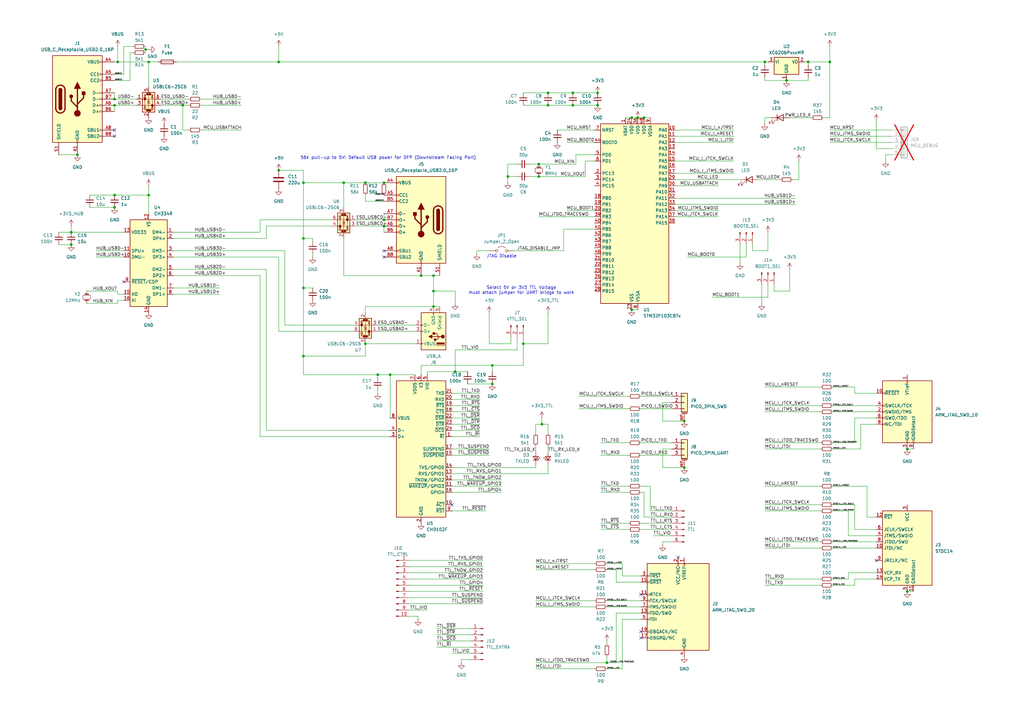
<source format=kicad_sch>
(kicad_sch (version 20231120) (generator "eeschema") (generator_version "8.0")
  (paper "A3")
  (junction (at 172.72 113.03))
  (junction (at 313.69 25.4))
  (junction (at 149.86 74.93))
  (junction (at 224.79 43.18))
  (junction (at 46.99 40.64))
  (junction (at 60.96 80.01))
  (junction (at 160.02 153.67))
  (junction (at 234.95 43.18))
  (junction (at 29.21 100.33))
  (junction (at 31.75 63.5))
  (junction (at 186.69 152.4))
  (junction (at 245.11 38.1))
  (junction (at 157.48 92.71))
  (junction (at 48.26 25.4))
  (junction (at 220.98 67.31))
  (junction (at 280.67 191.77))
  (junction (at 114.3 69.85))
  (junction (at 234.95 38.1))
  (junction (at 340.36 25.4))
  (junction (at 59.69 20.32))
  (junction (at 177.8 125.73))
  (junction (at 46.99 43.18))
  (junction (at 157.48 90.17))
  (junction (at 280.67 172.72))
  (junction (at 114.3 25.4))
  (junction (at 46.99 85.09))
  (junction (at 201.93 157.48))
  (junction (at 124.46 74.93))
  (junction (at 372.11 242.57))
  (junction (at 245.11 43.18))
  (junction (at 261.62 48.26))
  (junction (at 214.63 140.97))
  (junction (at 140.97 74.93))
  (junction (at 264.16 48.26))
  (junction (at 331.47 25.4))
  (junction (at 372.11 184.15))
  (junction (at 124.46 146.05))
  (junction (at 157.48 74.93))
  (junction (at 154.94 153.67))
  (junction (at 124.46 97.79))
  (junction (at 259.08 127))
  (junction (at 149.86 140.97))
  (junction (at 224.79 38.1))
  (junction (at 322.58 33.02))
  (junction (at 201.93 149.86))
  (junction (at 29.21 95.25))
  (junction (at 208.28 72.39))
  (junction (at 222.25 173.99))
  (junction (at 248.92 271.78))
  (junction (at 220.98 72.39))
  (junction (at 60.96 25.4))
  (junction (at 74.93 43.18))
  (junction (at 124.46 118.11))
  (junction (at 46.99 80.01))
  (junction (at 177.8 113.03))
  (junction (at 177.8 119.38))
  (junction (at 259.08 48.26))
  (no_connect (at 359.41 229.87))
  (no_connect (at 46.99 55.88))
  (no_connect (at 278.13 228.6))
  (no_connect (at 50.8 115.57))
  (no_connect (at 157.48 105.41))
  (no_connect (at 185.42 207.01))
  (no_connect (at 262.89 243.84))
  (no_connect (at 262.89 261.62))
  (no_connect (at 157.48 102.87))
  (no_connect (at 46.99 53.34))
  (no_connect (at 262.89 259.08))
  (wire (pts (xy 350.52 217.17) (xy 359.41 217.17)))
  (wire (pts (xy 39.37 105.41) (xy 50.8 105.41)))
  (wire (pts (xy 128.27 118.11) (xy 124.46 118.11)))
  (wire (pts (xy 248.92 246.38) (xy 262.89 246.38)))
  (wire (pts (xy 276.86 76.2) (xy 294.64 76.2)))
  (wire (pts (xy 355.6 212.09) (xy 359.41 212.09)))
  (wire (pts (xy 259.08 48.26) (xy 261.62 48.26)))
  (wire (pts (xy 219.71 274.32) (xy 243.84 274.32)))
  (wire (pts (xy 60.96 80.01) (xy 46.99 80.01)))
  (wire (pts (xy 266.7 199.39) (xy 266.7 209.55)))
  (wire (pts (xy 128.27 104.14) (xy 128.27 105.41)))
  (wire (pts (xy 340.36 58.42) (xy 365.76 58.42)))
  (wire (pts (xy 248.92 269.24) (xy 248.92 271.78)))
  (wire (pts (xy 365.76 63.5) (xy 363.22 63.5)))
  (wire (pts (xy 313.69 209.55) (xy 336.55 209.55)))
  (wire (pts (xy 114.3 25.4) (xy 72.39 25.4)))
  (wire (pts (xy 54.61 21.59) (xy 53.34 21.59)))
  (wire (pts (xy 306.07 100.33) (xy 306.07 105.41)))
  (wire (pts (xy 185.42 186.69) (xy 200.66 186.69)))
  (wire (pts (xy 313.69 224.79) (xy 336.55 224.79)))
  (wire (pts (xy 300.99 55.88) (xy 276.86 55.88)))
  (wire (pts (xy 149.86 140.97) (xy 170.18 140.97)))
  (wire (pts (xy 313.69 33.02) (xy 313.69 31.75)))
  (wire (pts (xy 140.97 74.93) (xy 149.86 74.93)))
  (wire (pts (xy 248.92 262.89) (xy 248.92 264.16)))
  (wire (pts (xy 212.09 138.43) (xy 212.09 143.51)))
  (wire (pts (xy 313.69 207.01) (xy 336.55 207.01)))
  (wire (pts (xy 36.83 85.09) (xy 46.99 85.09)))
  (wire (pts (xy 154.94 153.67) (xy 154.94 154.94)))
  (wire (pts (xy 71.12 102.87) (xy 116.84 102.87)))
  (wire (pts (xy 325.12 73.66) (xy 327.66 73.66)))
  (wire (pts (xy 60.96 25.4) (xy 48.26 25.4)))
  (wire (pts (xy 363.22 63.5) (xy 363.22 66.04)))
  (wire (pts (xy 246.38 186.69) (xy 257.81 186.69)))
  (wire (pts (xy 350.52 237.49) (xy 359.41 237.49)))
  (wire (pts (xy 317.5 116.84) (xy 317.5 119.38)))
  (wire (pts (xy 322.58 33.02) (xy 331.47 33.02)))
  (wire (pts (xy 252.73 251.46) (xy 252.73 271.78)))
  (wire (pts (xy 231.14 93.98) (xy 243.84 93.98)))
  (wire (pts (xy 114.3 135.89) (xy 144.78 135.89)))
  (wire (pts (xy 243.84 66.04) (xy 240.03 66.04)))
  (wire (pts (xy 214.63 43.18) (xy 224.79 43.18)))
  (wire (pts (xy 248.92 274.32) (xy 255.27 274.32)))
  (wire (pts (xy 189.23 270.51) (xy 193.04 270.51)))
  (wire (pts (xy 149.86 125.73) (xy 177.8 125.73)))
  (wire (pts (xy 198.12 242.57) (xy 167.64 242.57)))
  (wire (pts (xy 240.03 66.04) (xy 240.03 72.39)))
  (wire (pts (xy 313.69 50.8) (xy 313.69 48.26)))
  (wire (pts (xy 160.02 153.67) (xy 160.02 171.45)))
  (wire (pts (xy 313.69 181.61) (xy 336.55 181.61)))
  (wire (pts (xy 259.08 127) (xy 261.62 127)))
  (wire (pts (xy 140.97 113.03) (xy 172.72 113.03)))
  (wire (pts (xy 308.61 100.33) (xy 308.61 102.87)))
  (wire (pts (xy 217.17 72.39) (xy 220.98 72.39)))
  (wire (pts (xy 214.63 140.97) (xy 214.63 138.43)))
  (wire (pts (xy 146.05 90.17) (xy 157.48 90.17)))
  (wire (pts (xy 219.71 185.42) (xy 219.71 182.88)))
  (wire (pts (xy 54.61 19.05) (xy 50.8 19.05)))
  (wire (pts (xy 340.36 53.34) (xy 365.76 53.34)))
  (wire (pts (xy 82.55 43.18) (xy 99.06 43.18)))
  (wire (pts (xy 246.38 201.93) (xy 257.81 201.93)))
  (wire (pts (xy 24.13 100.33) (xy 29.21 100.33)))
  (wire (pts (xy 271.78 172.72) (xy 271.78 165.1)))
  (wire (pts (xy 214.63 38.1) (xy 224.79 38.1)))
  (wire (pts (xy 82.55 40.64) (xy 99.06 40.64)))
  (wire (pts (xy 124.46 69.85) (xy 124.46 74.93)))
  (wire (pts (xy 200.66 128.27) (xy 200.66 140.97)))
  (wire (pts (xy 224.79 185.42) (xy 224.79 182.88)))
  (wire (pts (xy 264.16 201.93) (xy 264.16 212.09)))
  (wire (pts (xy 341.63 240.03) (xy 350.52 240.03)))
  (wire (pts (xy 280.67 172.72) (xy 271.78 172.72)))
  (wire (pts (xy 60.96 25.4) (xy 60.96 35.56)))
  (wire (pts (xy 185.42 176.53) (xy 196.85 176.53)))
  (wire (pts (xy 172.72 149.86) (xy 201.93 149.86)))
  (wire (pts (xy 340.36 25.4) (xy 340.36 48.26)))
  (wire (pts (xy 280.67 191.77) (xy 271.78 191.77)))
  (wire (pts (xy 124.46 74.93) (xy 124.46 97.79)))
  (wire (pts (xy 271.78 165.1) (xy 275.59 165.1)))
  (wire (pts (xy 71.12 120.65) (xy 90.17 120.65)))
  (wire (pts (xy 154.94 153.67) (xy 160.02 153.67)))
  (wire (pts (xy 246.38 217.17) (xy 257.81 217.17)))
  (wire (pts (xy 359.41 219.71) (xy 347.98 219.71)))
  (wire (pts (xy 236.22 63.5) (xy 243.84 63.5)))
  (wire (pts (xy 248.92 271.78) (xy 252.73 271.78)))
  (wire (pts (xy 355.6 199.39) (xy 355.6 212.09)))
  (wire (pts (xy 262.89 214.63) (xy 275.59 214.63)))
  (wire (pts (xy 313.69 166.37) (xy 336.55 166.37)))
  (wire (pts (xy 29.21 95.25) (xy 24.13 95.25)))
  (wire (pts (xy 208.28 67.31) (xy 208.28 72.39)))
  (wire (pts (xy 74.93 43.18) (xy 74.93 53.34)))
  (wire (pts (xy 236.22 67.31) (xy 236.22 63.5)))
  (wire (pts (xy 46.99 38.1) (xy 46.99 40.64)))
  (wire (pts (xy 55.88 40.64) (xy 46.99 40.64)))
  (wire (pts (xy 185.42 168.91) (xy 196.85 168.91)))
  (wire (pts (xy 124.46 146.05) (xy 149.86 146.05)))
  (wire (pts (xy 359.41 173.99) (xy 353.06 173.99)))
  (wire (pts (xy 292.1 121.92) (xy 314.96 121.92)))
  (wire (pts (xy 109.22 176.53) (xy 160.02 176.53)))
  (wire (pts (xy 331.47 25.4) (xy 331.47 26.67)))
  (wire (pts (xy 128.27 99.06) (xy 128.27 97.79)))
  (wire (pts (xy 124.46 97.79) (xy 124.46 118.11)))
  (wire (pts (xy 116.84 133.35) (xy 144.78 133.35)))
  (wire (pts (xy 198.12 245.11) (xy 167.64 245.11)))
  (wire (pts (xy 186.69 152.4) (xy 191.77 152.4)))
  (wire (pts (xy 195.58 104.14) (xy 195.58 102.87)))
  (wire (pts (xy 50.8 30.48) (xy 46.99 30.48)))
  (wire (pts (xy 185.42 199.39) (xy 205.74 199.39)))
  (wire (pts (xy 149.86 80.01) (xy 149.86 82.55)))
  (wire (pts (xy 347.98 234.95) (xy 359.41 234.95)))
  (wire (pts (xy 198.12 247.65) (xy 167.64 247.65)))
  (wire (pts (xy 114.3 135.89) (xy 114.3 105.41)))
  (wire (pts (xy 340.36 55.88) (xy 365.76 55.88)))
  (wire (pts (xy 224.79 173.99) (xy 222.25 173.99)))
  (wire (pts (xy 77.47 40.64) (xy 66.04 40.64)))
  (wire (pts (xy 109.22 97.79) (xy 109.22 92.71)))
  (wire (pts (xy 175.26 153.67) (xy 175.26 152.4)))
  (wire (pts (xy 114.3 105.41) (xy 71.12 105.41)))
  (wire (pts (xy 243.84 231.14) (xy 219.71 231.14)))
  (wire (pts (xy 337.82 48.26) (xy 340.36 48.26)))
  (wire (pts (xy 331.47 25.4) (xy 340.36 25.4)))
  (wire (pts (xy 313.69 33.02) (xy 322.58 33.02)))
  (wire (pts (xy 222.25 171.45) (xy 222.25 173.99)))
  (wire (pts (xy 246.38 214.63) (xy 257.81 214.63)))
  (wire (pts (xy 175.26 152.4) (xy 186.69 152.4)))
  (wire (pts (xy 157.48 92.71) (xy 157.48 95.25)))
  (wire (pts (xy 106.68 90.17) (xy 106.68 95.25)))
  (wire (pts (xy 185.42 161.29) (xy 196.85 161.29)))
  (wire (pts (xy 246.38 199.39) (xy 257.81 199.39)))
  (wire (pts (xy 50.8 123.19) (xy 48.26 123.19)))
  (wire (pts (xy 237.49 167.64) (xy 257.81 167.64)))
  (wire (pts (xy 262.89 181.61) (xy 275.59 181.61)))
  (wire (pts (xy 53.34 33.02) (xy 46.99 33.02)))
  (wire (pts (xy 276.86 73.66) (xy 303.53 73.66)))
  (wire (pts (xy 114.3 69.85) (xy 124.46 69.85)))
  (wire (pts (xy 262.89 238.76) (xy 252.73 238.76)))
  (wire (pts (xy 224.79 38.1) (xy 234.95 38.1)))
  (wire (pts (xy 350.52 181.61) (xy 350.52 171.45)))
  (wire (pts (xy 313.69 26.67) (xy 313.69 25.4)))
  (wire (pts (xy 217.17 67.31) (xy 220.98 67.31)))
  (wire (pts (xy 330.2 25.4) (xy 331.47 25.4)))
  (wire (pts (xy 71.12 110.49) (xy 109.22 110.49)))
  (wire (pts (xy 24.13 63.5) (xy 31.75 63.5)))
  (wire (pts (xy 232.41 58.42) (xy 243.84 58.42)))
  (wire (pts (xy 140.97 74.93) (xy 140.97 85.09)))
  (wire (pts (xy 323.85 110.49) (xy 323.85 119.38)))
  (wire (pts (xy 124.46 118.11) (xy 124.46 146.05)))
  (wire (pts (xy 313.69 168.91) (xy 336.55 168.91)))
  (wire (pts (xy 219.71 173.99) (xy 219.71 177.8)))
  (wire (pts (xy 82.55 53.34) (xy 99.06 53.34)))
  (wire (pts (xy 219.71 233.68) (xy 243.84 233.68)))
  (wire (pts (xy 46.99 80.01) (xy 36.83 80.01)))
  (wire (pts (xy 185.42 179.07) (xy 196.85 179.07)))
  (wire (pts (xy 106.68 90.17) (xy 135.89 90.17)))
  (wire (pts (xy 224.79 194.31) (xy 185.42 194.31)))
  (wire (pts (xy 255.27 274.32) (xy 255.27 254)))
  (wire (pts (xy 50.8 19.05) (xy 50.8 30.48)))
  (wire (pts (xy 146.05 92.71) (xy 157.48 92.71)))
  (wire (pts (xy 313.69 184.15) (xy 336.55 184.15)))
  (wire (pts (xy 48.26 123.19) (xy 48.26 124.46)))
  (wire (pts (xy 149.86 128.27) (xy 149.86 125.73)))
  (wire (pts (xy 185.42 166.37) (xy 196.85 166.37)))
  (wire (pts (xy 359.41 49.53) (xy 359.41 60.96)))
  (wire (pts (xy 262.89 217.17) (xy 275.59 217.17)))
  (wire (pts (xy 128.27 97.79) (xy 124.46 97.79)))
  (wire (pts (xy 185.42 173.99) (xy 196.85 173.99)))
  (wire (pts (xy 323.85 48.26) (xy 332.74 48.26)))
  (wire (pts (xy 313.69 237.49) (xy 336.55 237.49)))
  (wire (pts (xy 185.42 267.97) (xy 193.04 267.97)))
  (wire (pts (xy 311.15 73.66) (xy 320.04 73.66)))
  (wire (pts (xy 341.63 237.49) (xy 347.98 237.49)))
  (wire (pts (xy 350.52 207.01) (xy 350.52 217.17)))
  (wire (pts (xy 327.66 66.04) (xy 327.66 73.66)))
  (wire (pts (xy 149.86 82.55) (xy 157.48 82.55)))
  (wire (pts (xy 255.27 254) (xy 262.89 254)))
  (wire (pts (xy 264.16 212.09) (xy 275.59 212.09)))
  (wire (pts (xy 185.42 184.15) (xy 200.66 184.15)))
  (wire (pts (xy 252.73 238.76) (xy 252.73 233.68)))
  (wire (pts (xy 160.02 179.07) (xy 106.68 179.07)))
  (wire (pts (xy 313.69 240.03) (xy 336.55 240.03)))
  (wire (pts (xy 154.94 135.89) (xy 170.18 135.89)))
  (wire (pts (xy 209.55 140.97) (xy 209.55 138.43)))
  (wire (pts (xy 140.97 97.79) (xy 140.97 113.03)))
  (wire (pts (xy 201.93 149.86) (xy 214.63 149.86)))
  (wire (pts (xy 219.71 246.38) (xy 243.84 246.38)))
  (wire (pts (xy 255.27 236.22) (xy 262.89 236.22)))
  (wire (pts (xy 109.22 92.71) (xy 135.89 92.71)))
  (wire (pts (xy 224.79 43.18) (xy 234.95 43.18)))
  (wire (pts (xy 201.93 149.86) (xy 201.93 152.4)))
  (wire (pts (xy 114.3 19.05) (xy 114.3 25.4)))
  (wire (pts (xy 171.45 254) (xy 171.45 252.73)))
  (wire (pts (xy 281.94 105.41) (xy 306.07 105.41)))
  (wire (pts (xy 276.86 53.34) (xy 300.99 53.34)))
  (wire (pts (xy 60.96 76.2) (xy 60.96 80.01)))
  (wire (pts (xy 77.47 43.18) (xy 74.93 43.18)))
  (wire (pts (xy 109.22 110.49) (xy 109.22 176.53)))
  (wire (pts (xy 71.12 118.11) (xy 90.17 118.11)))
  (wire (pts (xy 341.63 207.01) (xy 350.52 207.01)))
  (wire (pts (xy 261.62 48.26) (xy 264.16 48.26)))
  (wire (pts (xy 219.71 191.77) (xy 185.42 191.77)))
  (wire (pts (xy 243.84 53.34) (xy 228.6 53.34)))
  (wire (pts (xy 212.09 67.31) (xy 208.28 67.31)))
  (wire (pts (xy 262.89 251.46) (xy 252.73 251.46)))
  (wire (pts (xy 300.99 66.04) (xy 276.86 66.04)))
  (wire (pts (xy 71.12 113.03) (xy 106.68 113.03)))
  (wire (pts (xy 55.88 43.18) (xy 46.99 43.18)))
  (wire (pts (xy 185.42 163.83) (xy 196.85 163.83)))
  (wire (pts (xy 313.69 48.26) (xy 316.23 48.26)))
  (wire (pts (xy 294.64 86.36) (xy 276.86 86.36)))
  (wire (pts (xy 341.63 199.39) (xy 355.6 199.39)))
  (wire (pts (xy 232.41 86.36) (xy 243.84 86.36)))
  (wire (pts (xy 106.68 95.25) (xy 71.12 95.25)))
  (wire (pts (xy 124.46 74.93) (xy 140.97 74.93)))
  (wire (pts (xy 189.23 271.78) (xy 189.23 270.51)))
  (wire (pts (xy 313.69 222.25) (xy 336.55 222.25)))
  (wire (pts (xy 237.49 162.56) (xy 257.81 162.56)))
  (wire (pts (xy 271.78 184.15) (xy 275.59 184.15)))
  (wire (pts (xy 114.3 25.4) (xy 313.69 25.4)))
  (wire (pts (xy 74.93 53.34) (xy 77.47 53.34)))
  (wire (pts (xy 359.41 224.79) (xy 341.63 224.79)))
  (wire (pts (xy 262.89 199.39) (xy 266.7 199.39)))
  (wire (pts (xy 313.69 199.39) (xy 336.55 199.39)))
  (wire (pts (xy 154.94 133.35) (xy 170.18 133.35)))
  (wire (pts (xy 219.71 173.99) (xy 222.25 173.99)))
  (wire (pts (xy 191.77 157.48) (xy 201.93 157.48)))
  (wire (pts (xy 177.8 125.73) (xy 180.34 125.73)))
  (wire (pts (xy 177.8 119.38) (xy 177.8 125.73)))
  (wire (pts (xy 48.26 25.4) (xy 46.99 25.4)))
  (wire (pts (xy 50.8 95.25) (xy 29.21 95.25)))
  (wire (pts (xy 271.78 222.25) (xy 275.59 222.25)))
  (wire (pts (xy 39.37 102.87) (xy 50.8 102.87)))
  (wire (pts (xy 157.48 87.63) (xy 157.48 90.17)))
  (wire (pts (xy 350.52 240.03) (xy 350.52 237.49)))
  (wire (pts (xy 224.79 128.27) (xy 224.79 140.97)))
  (wire (pts (xy 198.12 237.49) (xy 167.64 237.49)))
  (wire (pts (xy 46.99 43.18) (xy 46.99 45.72)))
  (wire (pts (xy 224.79 190.5) (xy 224.79 194.31)))
  (wire (pts (xy 179.07 257.81) (xy 193.04 257.81)))
  (wire (pts (xy 186.69 119.38) (xy 177.8 119.38)))
  (wire (pts (xy 341.63 158.75) (xy 350.52 158.75)))
  (wire (pts (xy 186.69 152.4) (xy 186.69 143.51)))
  (wire (pts (xy 149.86 74.93) (xy 157.48 74.93)))
  (wire (pts (xy 353.06 173.99) (xy 353.06 184.15)))
  (wire (pts (xy 234.95 43.18) (xy 245.11 43.18)))
  (wire (pts (xy 314.96 116.84) (xy 314.96 121.92)))
  (wire (pts (xy 359.41 60.96) (xy 365.76 60.96)))
  (wire (pts (xy 35.56 119.38) (xy 48.26 119.38)))
  (wire (pts (xy 177.8 113.03) (xy 177.8 119.38)))
  (wire (pts (xy 177.8 113.03) (xy 180.34 113.03)))
  (wire (pts (xy 74.93 43.18) (xy 66.04 43.18)))
  (wire (pts (xy 177.8 113.03) (xy 172.72 113.03)))
  (wire (pts (xy 106.68 179.07) (xy 106.68 113.03)))
  (wire (pts (xy 124.46 153.67) (xy 154.94 153.67)))
  (wire (pts (xy 220.98 88.9) (xy 243.84 88.9)))
  (wire (pts (xy 185.42 209.55) (xy 199.39 209.55)))
  (wire (pts (xy 175.26 250.19) (xy 167.64 250.19)))
  (wire (pts (xy 185.42 171.45) (xy 196.85 171.45)))
  (wire (pts (xy 255.27 231.14) (xy 255.27 236.22)))
  (wire (pts (xy 214.63 149.86) (xy 214.63 140.97)))
  (wire (pts (xy 312.42 116.84) (xy 312.42 124.46)))
  (wire (pts (xy 185.42 196.85) (xy 205.74 196.85)))
  (wire (pts (xy 252.73 233.68) (xy 248.92 233.68)))
  (wire (pts (xy 186.69 124.46) (xy 186.69 119.38)))
  (wire (pts (xy 219.71 190.5) (xy 219.71 191.77)))
  (wire (pts (xy 200.66 140.97) (xy 209.55 140.97)))
  (wire (pts (xy 208.28 74.93) (xy 208.28 72.39)))
  (wire (pts (xy 220.98 67.31) (xy 236.22 67.31)))
  (wire (pts (xy 234.95 38.1) (xy 245.11 38.1)))
  (wire (pts (xy 210.82 102.87) (xy 231.14 102.87)))
  (wire (pts (xy 256.54 48.26) (xy 259.08 48.26)))
  (wire (pts (xy 220.98 72.39) (xy 240.03 72.39)))
  (wire (pts (xy 314.96 102.87) (xy 308.61 102.87)))
  (wire (pts (xy 186.69 143.51) (xy 212.09 143.51)))
  (wire (pts (xy 341.63 166.37) (xy 359.41 166.37)))
  (wire (pts (xy 246.38 181.61) (xy 257.81 181.61)))
  (wire (pts (xy 314.96 95.25) (xy 314.96 102.87)))
  (wire (pts (xy 219.71 271.78) (xy 248.92 271.78)))
  (wire (pts (xy 267.97 219.71) (xy 275.59 219.71)))
  (wire (pts (xy 340.36 19.05) (xy 340.36 25.4)))
  (wire (pts (xy 116.84 102.87) (xy 116.84 133.35)))
  (wire (pts (xy 374.65 184.15) (xy 372.11 184.15)))
  (wire (pts (xy 264.16 48.26) (xy 266.7 48.26)))
  (wire (pts (xy 262.89 167.64) (xy 275.59 167.64)))
  (wire (pts (xy 48.26 19.05) (xy 48.26 25.4)))
  (wire (pts (xy 224.79 177.8) (xy 224.79 173.99)))
  (wire (pts (xy 160.02 153.67) (xy 170.18 153.67)))
  (wire (pts (xy 64.77 25.4) (xy 60.96 25.4)))
  (wire (pts (xy 262.89 162.56) (xy 275.59 162.56)))
  (wire (pts (xy 243.84 248.92) (xy 219.71 248.92)))
  (wire (pts (xy 198.12 229.87) (xy 167.64 229.87)))
  (wire (pts (xy 347.98 237.49) (xy 347.98 234.95)))
  (wire (pts (xy 300.99 58.42) (xy 276.86 58.42)))
  (wire (pts (xy 154.94 160.02) (xy 154.94 161.29)))
  (wire (pts (xy 171.45 252.73) (xy 167.64 252.73)))
  (wire (pts (xy 231.14 102.87) (xy 231.14 93.98)))
  (wire (pts (xy 48.26 120.65) (xy 50.8 120.65)))
  (wire (pts (xy 59.69 20.32) (xy 59.69 21.59)))
  (wire (pts (xy 195.58 102.87) (xy 200.66 102.87)))
  (wire (pts (xy 35.56 124.46) (xy 48.26 124.46)))
  (wire (pts (xy 347.98 219.71) (xy 347.98 209.55)))
  (wire (pts (xy 372.11 242.57) (xy 374.65 242.57)))
  (wire (pts (xy 59.69 20.32) (xy 60.96 20.32)))
  (wire (pts (xy 262.89 186.69) (xy 275.59 186.69)))
  (wire (pts (xy 294.64 88.9) (xy 276.86 88.9)))
  (wire (pts (xy 198.12 240.03) (xy 167.64 240.03)))
  (wire (pts (xy 300.99 71.12) (xy 276.86 71.12)))
  (wire (pts (xy 323.85 119.38) (xy 317.5 119.38)))
  (wire (pts (xy 350.52 161.29) (xy 359.41 161.29)))
  (wire (pts (xy 248.92 231.14) (xy 255.27 231.14)))
  (wire (pts (xy 271.78 223.52) (xy 271.78 222.25)))
  (wire (pts (xy 71.12 97.79) (xy 109.22 97.79)))
  (wire (pts (xy 149.86 146.05) (xy 149.86 140.97)))
  (wire (pts (xy 347.98 209.55) (xy 341.63 209.55)))
  (wire (pts (xy 353.06 184.15) (xy 341.63 184.15)))
  (wire (pts (xy 179.07 262.89) (xy 193.04 262.89)))
  (wire (pts (xy 198.12 232.41) (xy 167.64 232.41)))
  (wire (pts (xy 53.34 21.59) (xy 53.34 33.02)))
  (wire (pts (xy 350.52 171.45) (xy 359.41 171.45)))
  (wire (pts (xy 341.63 168.91) (xy 359.41 168.91)))
  (wire (pts (xy 326.39 83.82) (xy 276.86 83.82)))
  (wire (pts (xy 198.12 234.95) (xy 167.64 234.95)))
  (wire (pts (xy 262.89 201.93) (xy 264.16 201.93)))
  (wire (pts (xy 331.47 31.75) (xy 331.47 33.02)))
  (wire (pts (xy 48.26 119.38) (xy 48.26 120.65)))
  (wire (pts (xy 29.21 92.71) (xy 29.21 95.25)))
  (wire (pts (xy 303.53 100.33) (xy 303.53 107.95)))
  (wire (pts (xy 350.52 158.75) (xy 350.52 161.29)))
  (wire (pts (xy 185.42 201.93) (xy 205.74 201.93)))
  (wire (pts (xy 172.72 153.67) (xy 172.72 149.86)))
  (wire (pts (xy 59.69 19.05) (xy 59.69 20.32)))
  (wire (pts (xy 248.92 248.92) (xy 262.89 248.92)))
  (wire (pts (xy 326.39 81.28) (xy 276.86 81.28)))
  (wire (pts (xy 208.28 72.39) (xy 212.09 72.39)))
  (wire (pts (xy 341.63 181.61) (xy 350.52 181.61)))
  (wire (pts (xy 266.7 209.55) (xy 275.59 209.55)))
  (wire (pts (xy 179.07 260.35) (xy 193.04 260.35)))
  (wire (pts (xy 313.69 25.4) (xy 314.96 25.4)))
  (wire (pts (xy 271.78 191.77) (xy 271.78 184.15)))
  (wire (pts (xy 313.69 158.75) (xy 336.55 158.75)))
  (wire (pts (xy 224.79 140.97) (xy 214.63 140.97)))
  (wire (pts (xy 359.41 222.25) (xy 341.63 222.25)))
  (wire (pts (xy 60.96 87.63) (xy 60.96 80.01)))
  (wire (pts (xy 124.46 153.67) (xy 124.46 146.05)))
  (wire (pts (xy 179.07 265.43) (xy 193.04 265.43)))
  (text "Select 5V or 3V3 TTL Voltage\nmust attach jumper for UART bridge to work" (at 213.868 119.126 0) (effects (font (size 1.27 1.27))))
  (text "56k pull-up to 5V: Default USB power for DFP (Downstream Facing Port)" (at 159.258 64.77 0) (effects (font (size 1.27 1.27))))
  (text "JTAG Disable" (at 205.74 105.156 0) (effects (font (size 1.27 1.27))))
  (label "ARM20_I_JTCK_SWCLK" (at 248.92 246.38 0) (effects (font (size 0.508 0.508))))
  (label "HUB_USB3D-" (at 92.71 102.87 180))
  (label "ARM20_I_JTMS_SWDIO" (at 248.92 248.92 0) (effects (font (size 0.508 0.508))))
  (label "USBCCC2" (at 157.48 82.55 180) (effects (font (size 0.508 0.508))))
  (label "TTL_~{DCD}" (at 196.85 176.53 180))
  (label "MCU_I_JTDO_TRACESWO" (at 219.71 271.78 0))
  (label "TTL_VIO" (at 189.23 143.51 0))
  (label "PICO_I_TXD" (at 262.89 181.61 0))
  (label "MCU_NRST" (at 340.36 53.34 0))
  (label "HUB_USB1D+" (at 326.39 83.82 180))
  (label "TTL_~{RESET}" (at 199.39 209.55 180))
  (label "TTL_GPIO4" (at 205.74 201.93 180))
  (label "HUB_USB1D-" (at 326.39 81.28 180))
  (label "ESD_USBAD-" (at 154.94 133.35 0))
  (label "TTL_~{RI}" (at 196.85 179.07 180))
  (label "TTL_~{DSR}" (at 196.85 171.45 180))
  (label "USBCC2" (at 46.99 33.02 0) (effects (font (size 0.508 0.508))))
  (label "MCU_I_JTDI" (at 313.69 184.15 0))
  (label "MCU_XOUT" (at 229.87 72.39 0))
  (label "JTAG_DISABLE_JMP" (at 212.09 102.87 0))
  (label "PWR_LED_K" (at 332.74 48.26 180))
  (label "HUB_USB2D+" (at 92.71 113.03 180))
  (label "MCU_JTMS_SWDIO" (at 294.64 86.36 180))
  (label "ARM10_I_nRESET" (at 341.63 158.75 0) (effects (font (size 0.508 0.508))))
  (label "TTL_TNOW_GPIO2" (at 198.12 234.95 180))
  (label "TTL_VIO" (at 267.97 219.71 0))
  (label "TTL_I_RXD" (at 266.7 212.09 0))
  (label "MCU_I_nRESET" (at 313.69 199.39 0))
  (label "MCU_I_nRESET" (at 313.69 158.75 0))
  (label "TTL_~{SUSPEND}" (at 198.12 247.65 180))
  (label "ARM20_I_JTDO_TRACESWO" (at 250.19 271.78 0) (effects (font (size 0.508 0.508))))
  (label "MCU_I_JTMS_SWDIO" (at 237.49 167.64 0))
  (label "MCU_I_JTDI" (at 300.99 58.42 180))
  (label "TTL_TXD" (at 246.38 181.61 0))
  (label "TTL_~{DTR}" (at 179.07 260.35 0))
  (label "ARM10_I_JTMS_SWDIO" (at 341.63 168.91 0) (effects (font (size 0.508 0.508))))
  (label "STDC14_TXD" (at 341.63 240.03 0) (effects (font (size 0.508 0.508))))
  (label "MCU_I_JTDO_TRACESWO" (at 313.69 181.61 0))
  (label "HUB_USB3D+" (at 92.71 105.41 180))
  (label "TTL_~{RTS}" (at 246.38 214.63 0))
  (label "MCU_I_JTMS_SWDIO" (at 219.71 248.92 0))
  (label "HUB_USBD+" (at 99.06 43.18 180))
  (label "TTL_RX_LED_K" (at 224.79 185.42 0))
  (label "TTL_RXD" (at 313.69 237.49 0))
  (label "TTL_VIO" (at 185.42 267.97 0))
  (label "MCU_JTCK_SWCLK" (at 340.36 58.42 0))
  (label "MCU_I_JTMS_SWDIO" (at 313.69 168.91 0))
  (label "TTL_TXS_GPIO0" (at 198.12 229.87 180))
  (label "TTL_I_TXD" (at 266.7 209.55 0))
  (label "STDC14_I_JTDO_TRACESWO" (at 341.63 222.25 0) (effects (font (size 0.508 0.508))))
  (label "TTL_VIO" (at 175.26 250.19 180))
  (label "MCU_I_JTMS_SWDIO" (at 300.99 71.12 180))
  (label "TTL_~{CTS}" (at 246.38 217.17 0))
  (label "TTL_~{SUSPEND}" (at 200.66 186.69 180))
  (label "MCU_JTDO_TRACESWO" (at 220.98 88.9 0))
  (label "HUB_USBD-" (at 99.06 40.64 180))
  (label "MCU_I_nJTRST" (at 219.71 231.14 0))
  (label "MCU_I_JTCK_SWCLK" (at 300.99 66.04 180))
  (label "TTL_TXD" (at 246.38 199.39 0))
  (label "ESD_USBD+" (at 66.04 43.18 0))
  (label "TTL_~{WAKEUP}_GPIO3" (at 205.74 199.39 180))
  (label "TTL_TXS_GPIO0" (at 205.74 191.77 180))
  (label "PICO_I_SWDIO" (at 262.89 167.64 0))
  (label "ESD_USBCD+" (at 146.05 92.71 0))
  (label "TTL_TXD" (at 313.69 240.03 0))
  (label "TTL_SUSPEND" (at 198.12 245.11 180))
  (label "MCU_I_nRESET" (at 300.99 55.88 180))
  (label "ARM20_I_nRESET" (at 248.92 233.68 0) (effects (font (size 0.508 0.508))))
  (label "HUB_USBD+" (at 39.37 105.41 0))
  (label "ARM10_I_JTCK_SWCLK" (at 341.63 166.37 0) (effects (font (size 0.508 0.508))))
  (label "MCU_BOOT1" (at 232.41 86.36 0))
  (label "MCU_I_nJTRST" (at 300.99 53.34 180))
  (label "MCU_BOOT0" (at 232.41 58.42 0))
  (label "MCU_I_JTDO_TRACESWO" (at 313.69 222.25 0))
  (label "TTL_I_RTS" (at 266.7 214.63 0))
  (label "TTL_RXD" (at 246.38 186.69 0))
  (label "HUB_USB1D-" (at 90.17 118.11 180))
  (label "ARM20_I_nJTRST" (at 248.92 231.14 0) (effects (font (size 0.508 0.508))))
  (label "TTL_RXD" (at 196.85 163.83 180))
  (label "TTL_~{DCD}" (at 179.07 262.89 0))
  (label "TTL_~{DTR}" (at 196.85 173.99 180))
  (label "HUB_USB2D-" (at 92.71 110.49 180))
  (label "ARM20_I_JTDI" (at 248.92 274.32 0) (effects (font (size 0.508 0.508))))
  (label "TTL_I_CTS" (at 266.7 217.17 0))
  (label "TTL_RXS_GPIO1" (at 205.74 194.31 180))
  (label "ARM10_I_JTDO_TRACESWO" (at 341.63 181.61 0) (effects (font (size 0.508 0.508))))
  (label "HUB_USB1D+" (at 90.17 120.65 180))
  (label "ESD_USBD-" (at 66.04 40.64 0))
  (label "MCU_LED" (at 294.64 73.66 180))
  (label "TTL_TX_LED_K" (at 219.71 185.42 180))
  (label "MCU_JTCK_SWCLK" (at 294.64 88.9 180))
  (label "HUB_XIN" (at 38.1 124.46 0))
  (label "TTL_~{CTS}" (at 196.85 168.91 180))
  (label "HUB_USBD-" (at 39.37 102.87 0))
  (label "TTL_TNOW_GPIO2" (at 205.74 196.85 180))
  (label "TTL_SUSPEND" (at 200.66 184.15 180))
  (label "MCU_I_JTDI" (at 313.69 224.79 0))
  (label "USBCC1" (at 46.99 30.48 0) (effects (font (size 0.508 0.508))))
  (label "ARM10_I_JTDI" (at 341.63 184.15 0) (effects (font (size 0.508 0.508))))
  (label "TTL_GPIO4" (at 198.12 240.03 180))
  (label "STDC14_I_JTMS_SWDIO" (at 341.63 209.55 0) (effects (font (size 0.508 0.508))))
  (label "PICO_I_SWCLK" (at 262.89 162.56 0))
  (label "PICO_I_RXD" (at 262.89 186.69 0))
  (label "HUB_USB4D+" (at 92.71 97.79 180))
  (label "TTL_~{RTS}" (at 196.85 166.37 180))
  (label "ESD_USBCD-" (at 146.05 90.17 0))
  (label "MCU_I_JTMS_SWDIO" (at 313.69 209.55 0))
  (label "MCU_XIN" (at 227.33 67.31 0))
  (label "TTL_RXS_GPIO1" (at 198.12 232.41 180))
  (label "MCU_I_JTCK_SWCLK" (at 237.49 162.56 0))
  (label "MCU_BOOT0" (at 281.94 105.41 0))
  (label "HUB_USB4D-" (at 92.71 95.25 180))
  (label "HUB_XOUT" (at 38.1 119.38 0))
  (label "MCU_BOOT1" (at 292.1 121.92 0))
  (label "MCU_I_nRESET" (at 219.71 233.68 0))
  (label "STDC14_I_JTDI" (at 341.63 224.79 0) (effects (font (size 0.508 0.508))))
  (label "USBCCC1" (at 157.48 80.01 180) (effects (font (size 0.508 0.508))))
  (label "MCU_I_JTCK_SWCLK" (at 219.71 246.38 0))
  (label "TTL_RXD" (at 246.38 201.93 0))
  (label "MCU_I_JTDI" (at 219.71 274.32 0))
  (label "MCU_USBATTACH" (at 294.64 76.2 180))
  (label "MCU_I_JTCK_SWCLK" (at 313.69 207.01 0))
  (label "TTL_~{WAKEUP}_GPIO3" (at 198.12 237.49 180))
  (label "TTL_~{DSR}" (at 179.07 257.81 0))
  (label "STDC14_I_JTCK_SWCLK" (at 341.63 207.01 0) (effects (font (size 0.508 0.508))))
  (label "MCU_I_JTCK_SWCLK" (at 313.69 166.37 0))
  (label "TTL_~{RI}" (at 179.07 265.43 0))
  (label "MCU_USBATTACH" (at 99.06 53.34 180))
  (label "USBD+" (at 48.26 43.18 0))
  (label "STDC14_RXD" (at 341.63 237.49 0) (effects (font (size 0.508 0.508))))
  (label "TTL_TXD" (at 196.85 161.29 180))
  (label "MCU_JTMS_SWDIO" (at 340.36 55.88 0))
  (label "ESD_USBAD+" (at 154.94 135.89 0))
  (label "USBD-" (at 48.26 40.64 0))
  (label "MCU_NRST" (at 232.41 53.34 0))
  (label "STDC14_I_nRESET" (at 341.63 199.39 0) (effects (font (size 0.508 0.508))))
  (label "TTL_~{RESET}" (at 198.12 242.57 180))
  (label "MCU_LEDK" (at 320.04 73.66 180))
  (symbol (lib_id "power:GND") (at 128.27 105.41 0) (unit 1)
    (property "Reference" "#PWR027" (effects (hide yes)))
    (property "Value" "GND" (at 128.27 110.49 0))
    (property "Description" "Power symbol creates a global label with name \"GND\" , ground" (effects (hide yes)))
  )
  (symbol (lib_id "Connector:USB_C_Receptacle_USB2.0_16P") (at 172.72 90.17 0) (mirror y) (unit 1)
    (property "Reference" "J5" (at 172.72 67.31 0))
    (property "Value" "USB_C_Receptacle_USB2.0_16P" (at 172.72 69.85 0))
    (property "Footprint" "Connector_USB:USB_C_Receptacle_HRO_TYPE-C-31-M-12" (effects (hide yes)))
    (property "Datasheet" "https://www.usb.org/sites/default/files/documents/usb_type-c.zip" (effects (hide yes)))
    (property "Description" "USB 2.0-only 16P Type-C Receptacle connector" (effects (hide yes)))
  )
  (symbol (lib_id "power:GND") (at 312.42 124.46 0) (unit 1)
    (property "Reference" "#PWR045" (effects (hide yes)))
    (property "Value" "GND" (at 312.42 129.54 0))
    (property "Description" "Power symbol creates a global label with name \"GND\" , ground" (effects (hide yes)))
  )
  (symbol (lib_id "Device:Fuse") (at 68.58 25.4 90) (unit 1)
    (property "Reference" "F1" (at 68.58 19.05 90))
    (property "Value" "Fuse" (at 68.58 21.59 90))
    (property "Description" "Fuse" (effects (hide yes)))
  )
  (symbol (lib_id "Device:LED_Small") (at 219.71 187.96 270) (mirror x) (unit 1)
    (property "Reference" "D3" (at 217.17 186.6264 90) (effects (justify right)))
    (property "Value" "TXLED" (at 217.17 189.1664 90) (effects (justify right)))
    (property "Description" "Light emitting diode, small symbol" (effects (hide yes)))
  )
  (symbol (lib_id "power:GND") (at 363.22 66.04 0) (unit 1)
    (property "Reference" "#PWR048" (effects (hide yes)))
    (property "Value" "GND" (at 363.22 71.12 0))
    (property "Description" "Power symbol creates a global label with name \"GND\" , ground" (effects (hide yes)))
  )
  (symbol (lib_id "Device:C_Small") (at 191.77 154.94 0) (mirror y) (unit 1)
    (property "Reference" "C18" (at 189.23 153.6762 0) (effects (justify left)))
    (property "Value" "100n" (at 189.23 156.2162 0) (effects (justify left)))
    (property "Description" "Unpolarized capacitor, small symbol" (effects (hide yes)))
  )
  (symbol (lib_id "power:GND") (at 280.67 172.72 0) (unit 1)
    (property "Reference" "#PWR036" (effects (hide yes)))
    (property "Value" "GND" (at 280.67 177.8 0))
    (property "Description" "Power symbol creates a global label with name \"GND\" , ground" (effects (hide yes)))
  )
  (symbol (lib_id "Connector_Generic_MountingPin:Conn_01x03_MountingPin") (at 280.67 184.15 0) (unit 1)
    (property "Reference" "J8" (at 283.21 183.2355 0) (effects (justify left)))
    (property "Value" "PICO_3PIN_UART" (at 283.21 185.7755 0) (effects (justify left)))
    (property "Footprint" "Connector_JST:JST_SH_SM03B-SRSS-TB_1x03-1MP_P1.00mm_Horizontal" (effects (hide yes)))
    (property "Description" "Generic connectable mounting pin connector, single row, 01x03, script generated (kicad-library-utils/schlib/autogen/connector/)" (effects (hide yes)))
  )
  (symbol (lib_id "Connector:Conn_ST_STDC14") (at 372.11 224.79 0) (mirror y) (unit 1)
    (property "Reference" "J3" (at 383.54 223.5199 0) (effects (justify right)))
    (property "Value" "STDC14" (at 383.54 226.0599 0) (effects (justify right)))
    (property "Footprint" "Connector_PinHeader_1.27mm:PinHeader_2x07_P1.27mm_Vertical" (effects (hide yes)))
    (property "Datasheet" "https://www.st.com/content/ccc/resource/technical/document/user_manual/group1/99/49/91/b6/b2/3a/46/e5/DM00526767/files/DM00526767.pdf/jcr:content/translations/en.DM00526767.pdf" (effects (hide yes)))
    (property "Description" "ST Debug Connector, standard ARM Cortex-M SWD and JTAG interface plus UART" (effects (hide yes)))
  )
  (symbol (lib_id "power:GND") (at 189.23 271.78 0) (unit 1)
    (property "Reference" "#PWR041" (effects (hide yes)))
    (property "Value" "GND" (at 189.23 276.86 0))
    (property "Description" "Power symbol creates a global label with name \"GND\" , ground" (effects (hide yes)))
  )
  (symbol (lib_id "Connector:Conn_01x10_Pin") (at 162.56 240.03 0) (unit 1)
    (property "Reference" "J10" (at 163.195 224.79 0))
    (property "Value" "TTL_CTRL" (at 163.195 227.33 0))
    (property "Footprint" "Connector_PinHeader_2.54mm:PinHeader_1x10_P2.54mm_Vertical" (effects (hide yes)))
    (property "Description" "Generic connector, single row, 01x10, script generated" (effects (hide yes)))
  )
  (symbol (lib_id "Device:C_Small") (at 214.63 72.39 90) (mirror x) (unit 1)
    (property "Reference" "C6" (at 214.6363 78.74 90))
    (property "Value" "30p" (at 214.6363 76.2 90))
    (property "Description" "Unpolarized capacitor, small symbol" (effects (hide yes)))
  )
  (symbol (lib_id "power:GND") (at 245.11 43.18 0) (unit 1)
    (property "Reference" "#PWR016" (effects (hide yes)))
    (property "Value" "GND" (at 245.11 48.26 0))
    (property "Description" "Power symbol creates a global label with name \"GND\" , ground" (effects (hide yes)))
  )
  (symbol (lib_id "power:GND") (at 280.67 191.77 0) (unit 1)
    (property "Reference" "#PWR035" (effects (hide yes)))
    (property "Value" "GND" (at 280.67 196.85 0))
    (property "Description" "Power symbol creates a global label with name \"GND\" , ground" (effects (hide yes)))
  )
  (symbol (lib_id "power:GND") (at 186.69 124.46 0) (unit 1)
    (property "Reference" "#PWR023" (effects (hide yes)))
    (property "Value" "GND" (at 186.69 129.54 0))
    (property "Description" "Power symbol creates a global label with name \"GND\" , ground" (effects (hide yes)))
  )
  (symbol (lib_id "Connector:Conn_01x03_Pin") (at 212.09 133.35 270) (unit 1)
    (property "Reference" "J7" (at 212.09 128.27 90))
    (property "Value" "VTTL_SEL" (at 212.09 130.81 90))
    (property "Footprint" "Connector_PinHeader_2.54mm:PinHeader_1x03_P2.54mm_Vertical" (effects (hide yes)))
    (property "Description" "Generic connector, single row, 01x03, script generated" (effects (hide yes)))
  )
  (symbol (lib_id "Device:R_Small") (at 157.48 77.47 0) (mirror y) (unit 1)
    (property "Reference" "R12" (at 154.94 76.1999 0) (effects (justify left)))
    (property "Value" "56k" (at 154.94 78.7399 0) (effects (justify left)))
    (property "Description" "Resistor, small symbol" (effects (hide yes)))
  )
  (symbol (lib_id "power:GND") (at 128.27 123.19 0) (unit 1)
    (property "Reference" "#PWR032" (effects (hide yes)))
    (property "Value" "GND" (at 128.27 128.27 0))
    (property "Description" "Power symbol creates a global label with name \"GND\" , ground" (effects (hide yes)))
  )
  (symbol (lib_id "power:GND") (at 46.99 85.09 0) (unit 1)
    (property "Reference" "#PWR020" (effects (hide yes)))
    (property "Value" "GND" (at 46.99 90.17 0))
    (property "Description" "Power symbol creates a global label with name \"GND\" , ground" (effects (hide yes)))
  )
  (symbol (lib_id "Jumper:Jumper_2_Open") (at 205.74 102.87 0) (unit 1) (exclude_from_sim yes)
    (property "Reference" "JP1" (at 205.74 96.52 0))
    (property "Value" "Jumper_2_Open" (at 205.74 99.06 0))
    (property "Footprint" "TestPoint:TestPoint_2Pads_Pitch2.54mm_Drill0.8mm" (effects (hide yes)))
    (property "Description" "Jumper, 2-pole, open" (effects (hide yes)))
  )
  (symbol (lib_id "Device:C_Small") (at 67.31 53.34 0) (unit 1)
    (property "Reference" "C1" (at 69.85 52.0762 0) (effects (justify left)))
    (property "Value" "100n" (at 69.85 54.6162 0) (effects (justify left)))
    (property "Description" "Unpolarized capacitor, small symbol" (effects (hide yes)))
  )
  (symbol (lib_id "Device:C_Small") (at 29.21 97.79 0) (unit 1)
    (property "Reference" "C15" (at 31.75 96.5262 0) (effects (justify left)))
    (property "Value" "10u" (at 31.75 99.0662 0) (effects (justify left)))
    (property "Description" "Unpolarized capacitor, small symbol" (effects (hide yes)))
  )
  (symbol (lib_id "Device:R_Small") (at 57.15 19.05 90) (unit 1)
    (property "Reference" "R13" (at 57.15 13.97 90))
    (property "Value" "5k1" (at 57.15 16.51 90))
    (property "Description" "Resistor, small symbol" (effects (hide yes)))
  )
  (symbol (lib_id "Connector:USB_C_Receptacle_USB2.0_16P") (at 31.75 40.64 0) (unit 1)
    (property "Reference" "J1" (at 31.75 17.78 0))
    (property "Value" "USB_C_Receptacle_USB2.0_16P" (at 31.75 20.32 0))
    (property "Footprint" "Connector_USB:USB_C_Receptacle_HRO_TYPE-C-31-M-12" (effects (hide yes)))
    (property "Datasheet" "https://www.usb.org/sites/default/files/documents/usb_type-c.zip" (effects (hide yes)))
    (property "Description" "USB 2.0-only 16P Type-C Receptacle connector" (effects (hide yes)))
  )
  (symbol (lib_id "power:+3V3") (at 340.36 19.05 0) (unit 1)
    (property "Reference" "#PWR07" (effects (hide yes)))
    (property "Value" "+3V3" (at 340.36 13.97 0))
    (property "Description" "Power symbol creates a global label with name \"+3V3\"" (effects (hide yes)))
  )
  (symbol (lib_id "Device:R_Small") (at 339.09 168.91 90) (mirror x) (unit 1)
    (property "Reference" "R29" (at 339.09 173.99 90))
    (property "Value" "100" (at 339.09 171.45 90))
    (property "Description" "Resistor, small symbol" (effects (hide yes)))
  )
  (symbol (lib_id "Device:C_Small") (at 224.79 40.64 0) (mirror y) (unit 1)
    (property "Reference" "C8" (at 222.25 39.3762 0) (effects (justify left)))
    (property "Value" "100n" (at 222.25 41.9162 0) (effects (justify left)))
    (property "Description" "Unpolarized capacitor, small symbol" (effects (hide yes)))
  )
  (symbol (lib_id "power:+3V3") (at 248.92 262.89 0) (unit 1)
    (property "Reference" "#PWR037" (effects (hide yes)))
    (property "Value" "+3V3" (at 248.92 257.81 0))
    (property "Description" "Power symbol creates a global label with name \"+3V3\"" (effects (hide yes)))
  )
  (symbol (lib_id "power:GND") (at 154.94 161.29 0) (unit 1)
    (property "Reference" "#PWR028" (effects (hide yes)))
    (property "Value" "GND" (at 154.94 166.37 0))
    (property "Description" "Power symbol creates a global label with name \"GND\" , ground" (effects (hide yes)))
  )
  (symbol (lib_id "power:GND") (at 259.08 127 0) (unit 1)
    (property "Reference" "#PWR012" (effects (hide yes)))
    (property "Value" "GND" (at 259.08 132.08 0))
    (property "Description" "Power symbol creates a global label with name \"GND\" , ground" (effects (hide yes)))
  )
  (symbol (lib_id "power:+5V") (at 114.3 69.85 0) (unit 1)
    (property "Reference" "#PWR024" (effects (hide yes)))
    (property "Value" "+5V" (at 114.3 64.77 0))
    (property "Description" "Power symbol creates a global label with name \"+5V\"" (effects (hide yes)))
  )
  (symbol (lib_id "Device:R_Small") (at 246.38 248.92 90) (mirror x) (unit 1)
    (property "Reference" "R22" (at 246.38 254 90))
    (property "Value" "100" (at 246.38 251.46 90))
    (property "Description" "Resistor, small symbol" (effects (hide yes)))
  )
  (symbol (lib_id "power:VBUS") (at 48.26 19.05 0) (unit 1)
    (property "Reference" "#PWR01" (effects (hide yes)))
    (property "Value" "VBUS" (at 48.26 13.97 0))
    (property "Description" "Power symbol creates a global label with name \"VBUS\"" (effects (hide yes)))
  )
  (symbol (lib_id "Connector:Conn_01x06_Pin") (at 198.12 262.89 0) (mirror y) (unit 1)
    (property "Reference" "J12" (at 199.39 262.8899 0) (effects (justify right)))
    (property "Value" "TTL_EXTRA" (at 199.39 265.4299 0) (effects (justify right)))
    (property "Footprint" "Connector_PinHeader_2.54mm:PinHeader_1x06_P2.54mm_Vertical" (effects (hide yes)))
    (property "Description" "Generic connector, single row, 01x06, script generated" (effects (hide yes)))
  )
  (symbol (lib_id "power:GND") (at 372.11 242.57 0) (unit 1)
    (property "Reference" "#PWR038" (effects (hide yes)))
    (property "Value" "GND" (at 372.11 247.65 0))
    (property "Description" "Power symbol creates a global label with name \"GND\" , ground" (effects (hide yes)))
  )
  (symbol (lib_id "Device:LED") (at 320.04 48.26 0) (unit 1)
    (property "Reference" "D4" (at 318.4525 41.91 0))
    (property "Value" "LED" (at 318.4525 44.45 0))
    (property "Description" "Light emitting diode" (effects (hide yes)))
  )
  (symbol (lib_id "Device:Crystal_Small") (at 35.56 121.92 90) (mirror x) (unit 1)
    (property "Reference" "Y2" (at 33.02 120.6499 90) (effects (justify left)))
    (property "Value" "12Mhz" (at 33.02 123.1899 90) (effects (justify left)))
    (property "Description" "Two pin crystal, small symbol" (effects (hide yes)))
  )
  (symbol (lib_id "Device:R_Small") (at 339.09 224.79 90) (mirror x) (unit 1)
    (property "Reference" "R25" (at 339.09 229.87 90))
    (property "Value" "100" (at 339.09 227.33 90))
    (property "Description" "Resistor, small symbol" (effects (hide yes)))
  )
  (symbol (lib_id "power:GND") (at 322.58 33.02 0) (unit 1)
    (property "Reference" "#PWR06" (effects (hide yes)))
    (property "Value" "GND" (at 322.58 38.1 0))
    (property "Description" "Power symbol creates a global label with name \"GND\" , ground" (effects (hide yes)))
  )
  (symbol (lib_id "Device:R_Small") (at 339.09 158.75 90) (unit 1)
    (property "Reference" "R32" (at 339.09 153.67 90))
    (property "Value" "100" (at 339.09 156.21 90))
    (property "Description" "Resistor, small symbol" (effects (hide yes)))
  )
  (symbol (lib_id "Device:R_Small") (at 248.92 266.7 0) (mirror y) (unit 1)
    (property "Reference" "R5" (at 246.38 265.4299 0) (effects (justify left)))
    (property "Value" "47k" (at 246.38 267.9699 0) (effects (justify left)))
    (property "Description" "Resistor, small symbol" (effects (hide yes)))
  )
  (symbol (lib_id "Device:R_Small") (at 260.35 217.17 90) (mirror x) (unit 1)
    (property "Reference" "R36" (at 260.35 222.25 90))
    (property "Value" "100" (at 260.35 219.71 90))
    (property "Description" "Resistor, small symbol" (effects (hide yes)))
  )
  (symbol (lib_id "power:GND") (at 67.31 55.88 0) (unit 1)
    (property "Reference" "#PWR05" (effects (hide yes)))
    (property "Value" "GND" (at 67.31 60.96 0))
    (property "Description" "Power symbol creates a global label with name \"GND\" , ground" (effects (hide yes)))
  )
  (symbol (lib_id "power:VBUS") (at 67.31 50.8 0) (unit 1)
    (property "Reference" "#PWR010" (effects (hide yes)))
    (property "Value" "VBUS" (at 67.31 45.72 0))
    (property "Description" "Power symbol creates a global label with name \"VBUS\"" (effects (hide yes)))
  )
  (symbol (lib_id "Connector_Generic_MountingPin:Conn_01x03_MountingPin") (at 280.67 165.1 0) (unit 1)
    (property "Reference" "J9" (at 283.21 164.1855 0) (effects (justify left)))
    (property "Value" "PICO_3PIN_SWD" (at 283.21 166.7255 0) (effects (justify left)))
    (property "Footprint" "Connector_JST:JST_SH_SM03B-SRSS-TB_1x03-1MP_P1.00mm_Horizontal" (effects (hide yes)))
    (property "Description" "Generic connectable mounting pin connector, single row, 01x03, script generated (kicad-library-utils/schlib/autogen/connector/)" (effects (hide yes)))
  )
  (symbol (lib_id "Device:C_Small") (at 46.99 82.55 0) (unit 1)
    (property "Reference" "C12" (at 49.53 81.2862 0) (effects (justify left)))
    (property "Value" "1u" (at 49.53 83.8262 0) (effects (justify left)))
    (property "Description" "Unpolarized capacitor, small symbol" (effects (hide yes)))
  )
  (symbol (lib_id "power:GND") (at 60.96 20.32 90) (unit 1)
    (property "Reference" "#PWR033" (effects (hide yes)))
    (property "Value" "GND" (at 60.452 23.114 90) (effects (justify right)))
    (property "Description" "Power symbol creates a global label with name \"GND\" , ground" (effects (hide yes)))
  )
  (symbol (lib_id "Device:R_Small") (at 339.09 207.01 90) (unit 1)
    (property "Reference" "R10" (at 339.09 201.93 90))
    (property "Value" "100" (at 339.09 204.47 90))
    (property "Description" "Resistor, small symbol" (effects (hide yes)))
  )
  (symbol (lib_id "Connector:USB_A") (at 177.8 135.89 180) (unit 1)
    (property "Reference" "J6" (at 177.8 148.59 0))
    (property "Value" "USB_A" (at 177.8 146.05 0))
    (property "Footprint" "Connector_USB:USB_A_Receptacle_GCT_USB1046" (effects (hide yes)))
    (property "Datasheet" " ~" (effects (hide yes)))
    (property "Description" "USB Type A connector" (effects (hide yes)))
  )
  (symbol (lib_id "power:GND") (at 29.21 100.33 0) (unit 1)
    (property "Reference" "#PWR019" (effects (hide yes)))
    (property "Value" "GND" (at 29.21 105.41 0))
    (property "Description" "Power symbol creates a global label with name \"GND\" , ground" (effects (hide yes)))
  )
  (symbol (lib_id "Connector:Conn_01x06_Pin") (at 280.67 214.63 0) (mirror y) (unit 1)
    (property "Reference" "J11" (at 281.94 214.6299 0) (effects (justify right)))
    (property "Value" "TTL" (at 281.94 217.1699 0) (effects (justify right)))
    (property "Footprint" "Connector_PinHeader_2.54mm:PinHeader_1x06_P2.54mm_Vertical" (effects (hide yes)))
    (property "Description" "Generic connector, single row, 01x06, script generated" (effects (hide yes)))
  )
  (symbol (lib_id "Device:C_Small") (at 128.27 120.65 0) (unit 1)
    (property "Reference" "C20" (at 130.81 119.3862 0) (effects (justify left)))
    (property "Value" "100n" (at 130.81 121.9262 0) (effects (justify left)))
    (property "Description" "Unpolarized capacitor, small symbol" (effects (hide yes)))
  )
  (symbol (lib_id "Device:C_Small") (at 313.69 29.21 0) (mirror y) (unit 1)
    (property "Reference" "C2" (at 311.15 27.9462 0) (effects (justify left)))
    (property "Value" "1u" (at 311.15 30.4862 0) (effects (justify left)))
    (property "Description" "Unpolarized capacitor, small symbol" (effects (hide yes)))
  )
  (symbol (lib_id "Device:R_Small") (at 260.35 214.63 90) (unit 1)
    (property "Reference" "R35" (at 260.35 209.55 90))
    (property "Value" "100" (at 260.35 212.09 90))
    (property "Description" "Resistor, small symbol" (effects (hide yes)))
  )
  (symbol (lib_id "power:GND") (at 280.67 269.24 0) (unit 1)
    (property "Reference" "#PWR017" (effects (hide yes)))
    (property "Value" "GND" (at 280.67 274.32 0))
    (property "Description" "Power symbol creates a global label with name \"GND\" , ground" (effects (hide yes)))
  )
  (symbol (lib_id "Device:R_Small") (at 260.35 199.39 90) (unit 1)
    (property "Reference" "R33" (at 260.35 194.31 90))
    (property "Value" "100" (at 260.35 196.85 90))
    (property "Description" "Resistor, small symbol" (effects (hide yes)))
  )
  (symbol (lib_id "Device:R_Small") (at 260.35 162.56 90) (unit 1)
    (property "Reference" "R17" (at 260.35 157.48 90))
    (property "Value" "100" (at 260.35 160.02 90))
    (property "Description" "Resistor, small symbol" (effects (hide yes)))
  )
  (symbol (lib_id "Device:R_Small") (at 339.09 209.55 90) (mirror x) (unit 1)
    (property "Reference" "R23" (at 339.09 214.63 90))
    (property "Value" "100" (at 339.09 212.09 90))
    (property "Description" "Resistor, small symbol" (effects (hide yes)))
  )
  (symbol (lib_id "Device:C_Small") (at 36.83 82.55 0) (unit 1)
    (property "Reference" "C14" (at 39.37 81.2862 0) (effects (justify left)))
    (property "Value" "10u" (at 39.37 83.8262 0) (effects (justify left)))
    (property "Description" "Unpolarized capacitor, small symbol" (effects (hide yes)))
  )
  (symbol (lib_id "power:GND") (at 313.69 50.8 0) (unit 1)
    (property "Reference" "#PWR049" (effects (hide yes)))
    (property "Value" "GND" (at 313.69 55.88 0))
    (property "Description" "Power symbol creates a global label with name \"GND\" , ground" (effects (hide yes)))
  )
  (symbol (lib_id "Device:R_Small") (at 339.09 222.25 90) (unit 1)
    (property "Reference" "R24" (at 339.09 217.17 90))
    (property "Value" "100" (at 339.09 219.71 90))
    (property "Description" "Resistor, small symbol" (effects (hide yes)))
  )
  (symbol (lib_id "Device:C_Small") (at 234.95 40.64 0) (mirror y) (unit 1)
    (property "Reference" "C9" (at 232.41 39.3762 0) (effects (justify left)))
    (property "Value" "100n" (at 232.41 41.9162 0) (effects (justify left)))
    (property "Description" "Unpolarized capacitor, small symbol" (effects (hide yes)))
  )
  (symbol (lib_id "Device:R_Small") (at 322.58 73.66 270) (unit 1)
    (property "Reference" "R4" (at 322.58 68.58 90))
    (property "Value" "1k5" (at 322.58 71.12 90))
    (property "Description" "Resistor, small symbol" (effects (hide yes)))
  )
  (symbol (lib_id "power:GND") (at 60.96 48.26 0) (unit 1)
    (property "Reference" "#PWR04" (effects (hide yes)))
    (property "Value" "GND" (at 60.96 53.34 0))
    (property "Description" "Power symbol creates a global label with name \"GND\" , ground" (effects (hide yes)))
  )
  (symbol (lib_id "Device:R_Small") (at 246.38 231.14 90) (unit 1)
    (property "Reference" "R7" (at 246.38 226.06 90))
    (property "Value" "100" (at 246.38 228.6 90))
    (property "Description" "Resistor, small symbol" (effects (hide yes)))
  )
  (symbol (lib_id "Device:Crystal_Small") (at 220.98 69.85 270) (unit 1)
    (property "Reference" "Y1" (at 223.52 68.5799 90) (effects (justify left)))
    (property "Value" "8Mhz" (at 223.52 71.1199 90) (effects (justify left)))
    (property "Description" "Two pin crystal, small symbol" (effects (hide yes)))
  )
  (symbol (lib_id "power:GND") (at 208.28 74.93 0) (unit 1)
    (property "Reference" "#PWR013" (effects (hide yes)))
    (property "Value" "GND" (at 208.28 80.01 0))
    (property "Description" "Power symbol creates a global label with name \"GND\" , ground" (effects (hide yes)))
  )
  (symbol (lib_id "Device:C_Small") (at 128.27 101.6 0) (unit 1)
    (property "Reference" "C16" (at 130.81 100.3362 0) (effects (justify left)))
    (property "Value" "100n" (at 130.81 102.8762 0) (effects (justify left)))
    (property "Description" "Unpolarized capacitor, small symbol" (effects (hide yes)))
  )
  (symbol (lib_id "Device:R_Small") (at 260.35 167.64 90) (mirror x) (unit 1)
    (property "Reference" "R18" (at 260.35 172.72 90))
    (property "Value" "100" (at 260.35 170.18 90))
    (property "Description" "Resistor, small symbol" (effects (hide yes)))
  )
  (symbol (lib_id "power:GND") (at 303.53 107.95 0) (unit 1)
    (property "Reference" "#PWR046" (effects (hide yes)))
    (property "Value" "GND" (at 303.53 113.03 0))
    (property "Description" "Power symbol creates a global label with name \"GND\" , ground" (effects (hide yes)))
  )
  (symbol (lib_id "power:+3V3") (at 245.11 38.1 0) (unit 1)
    (property "Reference" "#PWR015" (effects (hide yes)))
    (property "Value" "+3V3" (at 245.11 33.02 0))
    (property "Description" "Power symbol creates a global label with name \"+3V3\"" (effects (hide yes)))
  )
  (symbol (lib_id "power:GND") (at 60.96 128.27 0) (unit 1)
    (property "Reference" "#PWR018" (effects (hide yes)))
    (property "Value" "GND" (at 60.96 133.35 0))
    (property "Description" "Power symbol creates a global label with name \"GND\" , ground" (effects (hide yes)))
  )
  (symbol (lib_id "Device:R_Small") (at 335.28 48.26 270) (unit 1)
    (property "Reference" "R37" (at 335.28 43.18 90))
    (property "Value" "1k5" (at 335.28 45.72 90))
    (property "Description" "Resistor, small symbol" (effects (hide yes)))
  )
  (symbol (lib_id "Device:C") (at 114.3 73.66 0) (unit 1)
    (property "Reference" "C11" (at 118.11 72.3899 0) (effects (justify left)))
    (property "Value" "220u" (at 118.11 74.9299 0) (effects (justify left)))
    (property "Description" "Unpolarized capacitor" (effects (hide yes)))
  )
  (symbol (lib_id "Device:R_Small") (at 80.01 53.34 90) (mirror x) (unit 1)
    (property "Reference" "R3" (at 80.01 58.42 90))
    (property "Value" "1k5" (at 80.01 55.88 90))
    (property "Description" "Resistor, small symbol" (effects (hide yes)))
  )
  (symbol (lib_id "Connector:Conn_ARM_JTAG_SWD_20") (at 278.13 248.92 0) (mirror y) (unit 1)
    (property "Reference" "J2" (at 292.1 247.6499 0) (effects (justify right)))
    (property "Value" "ARM_JTAG_SWD_20" (at 292.1 250.1899 0) (effects (justify right)))
    (property "Footprint" "Connector_IDC:IDC-Header_2x10_P2.54mm_Vertical" (effects (hide yes)))
    (property "Datasheet" "http://infocenter.arm.com/help/topic/com.arm.doc.dui0499b/DUI0499B_system_design_reference.pdf" (effects (hide yes)))
    (property "Description" "Standard IDC20 Pinheader Connector, ARM legacy JTAG and SWD interface" (effects (hide yes)))
  )
  (symbol (lib_id "Device:R_Small") (at 339.09 237.49 90) (unit 1)
    (property "Reference" "R27" (at 339.09 232.41 90))
    (property "Value" "100" (at 339.09 234.95 90))
    (property "Description" "Resistor, small symbol" (effects (hide yes)))
  )
  (symbol (lib_id "Device:R_Small") (at 339.09 181.61 90) (unit 1)
    (property "Reference" "R30" (at 339.09 176.53 90))
    (property "Value" "100" (at 339.09 179.07 90))
    (property "Description" "Resistor, small symbol" (effects (hide yes)))
  )
  (symbol (lib_id "power:GND") (at 201.93 157.48 0) (unit 1)
    (property "Reference" "#PWR029" (effects (hide yes)))
    (property "Value" "GND" (at 201.93 162.56 0))
    (property "Description" "Power symbol creates a global label with name \"GND\" , ground" (effects (hide yes)))
  )
  (symbol (lib_id "Device:C_Small") (at 24.13 97.79 0) (mirror y) (unit 1)
    (property "Reference" "C13" (at 21.59 96.5262 0) (effects (justify left)))
    (property "Value" "100n" (at 21.59 99.0662 0) (effects (justify left)))
    (property "Description" "Unpolarized capacitor, small symbol" (effects (hide yes)))
  )
  (symbol (lib_id "power:+5V") (at 200.66 128.27 0) (unit 1)
    (property "Reference" "#PWR030" (effects (hide yes)))
    (property "Value" "+5V" (at 200.66 123.19 0))
    (property "Description" "Power symbol creates a global label with name \"+5V\"" (effects (hide yes)))
  )
  (symbol (lib_id "power:GND") (at 195.58 104.14 0) (unit 1)
    (property "Reference" "#PWR08" (effects (hide yes)))
    (property "Value" "GND" (at 195.58 109.22 0))
    (property "Description" "Power symbol creates a global label with name \"GND\" , ground" (effects (hide yes)))
  )
  (symbol (lib_id "power:GND") (at 31.75 63.5 0) (unit 1)
    (property "Reference" "#PWR03" (effects (hide yes)))
    (property "Value" "GND" (at 31.75 68.58 0))
    (property "Description" "Power symbol creates a global label with name \"GND\" , ground" (effects (hide yes)))
  )
  (symbol (lib_id "Connector_Generic:Conn_01x05") (at 370.84 58.42 0) (unit 1) (dnp yes)
    (property "Reference" "J15" (at 373.38 57.1499 0) (effects (justify left)))
    (property "Value" "MCU_DEBUG" (at 373.38 59.6899 0) (effects (justify left)))
    (property "Footprint" "Connector_PinHeader_2.00mm:PinHeader_1x05_P2.00mm_Vertical" (effects (hide yes)))
    (property "Description" "Generic connector, single row, 01x05, script generated (kicad-library-utils/schlib/autogen/connector/)" (effects (hide yes)))
  )
  (symbol (lib_id "Device:R_Small") (at 339.09 166.37 90) (unit 1)
    (property "Reference" "R26" (at 339.09 161.29 90))
    (property "Value" "100" (at 339.09 163.83 90))
    (property "Description" "Resistor, small symbol" (effects (hide yes)))
  )
  (symbol (lib_id "power:GND") (at 172.72 214.63 0) (unit 1)
    (property "Reference" "#PWR026" (effects (hide yes)))
    (property "Value" "GND" (at 172.72 219.71 0))
    (property "Description" "Power symbol creates a global label with name \"GND\" , ground" (effects (hide yes)))
  )
  (symbol (lib_id "Device:R_Small") (at 57.15 21.59 90) (mirror x) (unit 1)
    (property "Reference" "R14" (at 57.15 26.67 90))
    (property "Value" "5k1" (at 57.15 24.13 90))
    (property "Description" "Resistor, small symbol" (effects (hide yes)))
  )
  (symbol (lib_id "power:GND") (at 372.11 184.15 0) (unit 1)
    (property "Reference" "#PWR039" (effects (hide yes)))
    (property "Value" "GND" (at 372.11 189.23 0))
    (property "Description" "Power symbol creates a global label with name \"GND\" , ground" (effects (hide yes)))
  )
  (symbol (lib_id "Power_Protection:USBLC6-2SC6") (at 149.86 135.89 180) (unit 1)
    (property "Reference" "U7" (at 148.2089 143.51 0) (effects (justify left)))
    (property "Value" "USBLC6-2SC6" (at 148.2089 140.97 0) (effects (justify left)))
    (property "Footprint" "Package_TO_SOT_SMD:SOT-23-6" (effects (hide yes)))
    (property "Datasheet" "https://www.st.com/resource/en/datasheet/usblc6-2.pdf" (effects (hide yes)))
    (property "Description" "Very low capacitance ESD protection diode, 2 data-line, SOT-23-6" (effects (hide yes)))
  )
  (symbol (lib_id "power:+5V") (at 114.3 19.05 0) (unit 1)
    (property "Reference" "#PWR02" (effects (hide yes)))
    (property "Value" "+5V" (at 114.3 13.97 0))
    (property "Description" "Power symbol creates a global label with name \"+5V\"" (effects (hide yes)))
  )
  (symbol (lib_id "power:+3V3") (at 314.96 95.25 0) (unit 1)
    (property "Reference" "#PWR043" (effects (hide yes)))
    (property "Value" "+3V3" (at 314.96 90.17 0))
    (property "Description" "Power symbol creates a global label with name \"+3V3\"" (effects (hide yes)))
  )
  (symbol (lib_id "Device:C_Small") (at 228.6 55.88 0) (mirror y) (unit 1)
    (property "Reference" "C4" (at 226.06 54.6162 0) (effects (justify left)))
    (property "Value" "100n" (at 226.06 57.1562 0) (effects (justify left)))
    (property "Description" "Unpolarized capacitor, small symbol" (effects (hide yes)))
  )
  (symbol (lib_id "Device:R_Small") (at 260.35 186.69 90) (mirror x) (unit 1)
    (property "Reference" "R20" (at 260.35 191.77 90))
    (property "Value" "100" (at 260.35 189.23 90))
    (property "Description" "Resistor, small symbol" (effects (hide yes)))
  )
  (symbol (lib_id "power:VBUS") (at 224.79 128.27 0) (unit 1)
    (property "Reference" "#PWR031" (effects (hide yes)))
    (property "Value" "+3V3_TTL" (at 224.79 123.19 0))
    (property "Description" "Power symbol creates a global label with name \"VBUS\"" (effects (hide yes)))
  )
  (symbol (lib_id "Device:C_Small") (at 154.94 157.48 0) (mirror y) (unit 1)
    (property "Reference" "C17" (at 152.4 156.2162 0) (effects (justify left)))
    (property "Value" "1u" (at 152.4 158.7562 0) (effects (justify left)))
    (property "Description" "Unpolarized capacitor, small symbol" (effects (hide yes)))
  )
  (symbol (lib_id "power:GND") (at 228.6 58.42 0) (unit 1)
    (property "Reference" "#PWR09" (effects (hide yes)))
    (property "Value" "GND" (at 228.6 63.5 0))
    (property "Description" "Power symbol creates a global label with name \"GND\" , ground" (effects (hide yes)))
  )
  (symbol (lib_id "Regulator_Linear:XC6206PxxxMR") (at 322.58 25.4 0) (unit 1)
    (property "Reference" "U2" (at 322.58 19.05 0))
    (property "Value" "XC6206PxxxMR" (at 322.58 21.59 0))
    (property "Footprint" "Package_TO_SOT_SMD:SOT-23-3" (effects (hide yes)))
    (property "Datasheet" "https://www.torexsemi.com/file/xc6206/XC6206.pdf" (effects (hide yes)))
    (property "Description" "Positive 60-250mA Low Dropout Regulator, Fixed Output, SOT-23" (effects (hide yes)))
  )
  (symbol (lib_id "power:+3V3") (at 327.66 66.04 0) (unit 1)
    (property "Reference" "#PWR014" (effects (hide yes)))
    (property "Value" "+3V3" (at 327.66 60.96 0))
    (property "Description" "Power symbol creates a global label with name \"+3V3\"" (effects (hide yes)))
  )
  (symbol (lib_id "Device:R_Small") (at 80.01 40.64 90) (unit 1)
    (property "Reference" "R1" (at 80.01 35.56 90))
    (property "Value" "22" (at 80.01 38.1 90))
    (property "Description" "Resistor, small symbol" (effects (hide yes)))
  )
  (symbol (lib_id "Device:C_Small") (at 214.63 40.64 0) (mirror y) (unit 1)
    (property "Reference" "C7" (at 212.09 39.3762 0) (effects (justify left)))
    (property "Value" "100n" (at 212.09 41.9162 0) (effects (justify left)))
    (property "Description" "Unpolarized capacitor, small symbol" (effects (hide yes)))
  )
  (symbol (lib_id "Device:R_Small") (at 219.71 180.34 0) (mirror x) (unit 1)
    (property "Reference" "R16" (at 217.17 179.0699 0) (effects (justify right)))
    (property "Value" "5k1" (at 217.17 181.6099 0) (effects (justify right)))
    (property "Description" "Resistor, small symbol" (effects (hide yes)))
  )
  (symbol (lib_id "power:VBUS") (at 60.96 76.2 0) (unit 1)
    (property "Reference" "#PWR021" (effects (hide yes)))
    (property "Value" "VBUS" (at 60.96 71.12 0))
    (property "Description" "Power symbol creates a global label with name \"VBUS\"" (effects (hide yes)))
  )
  (symbol (lib_id "power:+3V3") (at 261.62 48.26 0) (unit 1)
    (property "Reference" "#PWR011" (effects (hide yes)))
    (property "Value" "+3V3" (at 261.62 43.18 0))
    (property "Description" "Power symbol creates a global label with name \"+3V3\"" (effects (hide yes)))
  )
  (symbol (lib_id "Device:C_Small") (at 201.93 154.94 0) (mirror y) (unit 1)
    (property "Reference" "C19" (at 199.39 153.6762 0) (effects (justify left)))
    (property "Value" "100n" (at 199.39 156.2162 0) (effects (justify left)))
    (property "Description" "Unpolarized capacitor, small symbol" (effects (hide yes)))
  )
  (symbol (lib_id "Device:R_Small") (at 149.86 77.47 0) (mirror y) (unit 1)
    (property "Reference" "R11" (at 147.32 76.1999 0) (effects (justify left)))
    (property "Value" "56k" (at 147.32 78.7399 0) (effects (justify left)))
    (property "Description" "Resistor, small symbol" (effects (hide yes)))
  )
  (symbol (lib_id "power:GND") (at 114.3 77.47 0) (unit 1)
    (property "Reference" "#PWR025" (effects (hide yes)))
    (property "Value" "GND" (at 114.3 82.55 0))
    (property "Description" "Power symbol creates a global label with name \"GND\" , ground" (effects (hide yes)))
  )
  (symbol (lib_id "MCU_ST_STM32F1:STM32F103CBTx") (at 259.08 88.9 0) (unit 1)
    (property "Reference" "U1" (at 263.8141 127 0) (effects (justify left)))
    (property "Value" "STM32F103CBTx" (at 263.8141 129.54 0) (effects (justify left)))
    (property "Footprint" "Package_QFP:LQFP-48_7x7mm_P0.5mm" (effects (hide yes)))
    (property "Datasheet" "https://www.st.com/resource/en/datasheet/stm32f103cb.pdf" (effects (hide yes)))
    (property "Description" "STMicroelectronics Arm Cortex-M3 MCU, 128KB flash, 20KB RAM, 72 MHz, 2.0-3.6V, 37 GPIO, LQFP48" (effects (hide yes)))
  )
  (symbol (lib_id "Device:R_Small") (at 260.35 201.93 90) (mirror x) (unit 1)
    (property "Reference" "R34" (at 260.35 207.01 90))
    (property "Value" "100" (at 260.35 204.47 90))
    (property "Description" "Resistor, small symbol" (effects (hide yes)))
  )
  (symbol (lib_id "Device:R_Small") (at 246.38 233.68 90) (mirror x) (unit 1)
    (property "Reference" "R6" (at 246.38 238.76 90))
    (property "Value" "100" (at 246.38 236.22 90))
    (property "Description" "Resistor, small symbol" (effects (hide yes)))
  )
  (symbol (lib_id "Connector:Conn_01x03_Pin") (at 306.07 95.25 270) (unit 1)
    (property "Reference" "J13" (at 306.07 90.17 90))
    (property "Value" "BOOT0_SEL" (at 306.07 92.71 90))
    (property "Footprint" "Connector_PinHeader_2.54mm:PinHeader_1x03_P2.54mm_Vertical" (effects (hide yes)))
    (property "Description" "Generic connector, single row, 01x03, script generated" (effects (hide yes)))
  )
  (symbol (lib_id "Device:C_Small") (at 331.47 29.21 0) (unit 1)
    (property "Reference" "C3" (at 334.01 27.9462 0) (effects (justify left)))
    (property "Value" "1u" (at 334.01 30.4862 0) (effects (justify left)))
    (property "Description" "Unpolarized capacitor, small symbol" (effects (hide yes)))
  )
  (symbol (lib_id "power:GND") (at 271.78 223.52 0) (unit 1)
    (property "Reference" "#PWR040" (effects (hide yes)))
    (property "Value" "GND" (at 271.78 228.6 0))
    (property "Description" "Power symbol creates a global label with name \"GND\" , ground" (effects (hide yes)))
  )
  (symbol (lib_id "Device:R_Small") (at 224.79 180.34 180) (unit 1)
    (property "Reference" "R15" (at 227.33 179.0699 0) (effects (justify right)))
    (property "Value" "5k1" (at 227.33 181.6099 0) (effects (justify right)))
    (property "Description" "Resistor, small symbol" (effects (hide yes)))
  )
  (symbol (lib_id "Device:LED") (at 307.34 73.66 0) (unit 1)
    (property "Reference" "D1" (at 305.7525 67.31 0))
    (property "Value" "LED" (at 305.7525 69.85 0))
    (property "Description" "Light emitting diode" (effects (hide yes)))
  )
  (symbol (lib_id "Device:R_Small") (at 246.38 274.32 90) (mirror x) (unit 1)
    (property "Reference" "R9" (at 246.38 279.4 90))
    (property "Value" "100" (at 246.38 276.86 90))
    (property "Description" "Resistor, small symbol" (effects (hide yes)))
  )
  (symbol (lib_id "power:VBUS") (at 29.21 92.71 0) (unit 1)
    (property "Reference" "#PWR022" (effects (hide yes)))
    (property "Value" "+3V3_HUB" (at 29.21 87.63 0))
    (property "Description" "Power symbol creates a global label with name \"VBUS\"" (effects (hide yes)))
  )
  (symbol (lib_id "Device:C_Small") (at 245.11 40.64 0) (mirror y) (unit 1)
    (property "Reference" "C10" (at 242.57 39.3762 0) (effects (justify left)))
    (property "Value" "100n" (at 242.57 41.9162 0) (effects (justify left)))
    (property "Description" "Unpolarized capacitor, small symbol" (effects (hide yes)))
  )
  (symbol (lib_id "Device:R_Small") (at 339.09 240.03 90) (mirror x) (unit 1)
    (property "Reference" "R28" (at 339.09 245.11 90))
    (property "Value" "100" (at 339.09 242.57 90))
    (property "Description" "Resistor, small symbol" (effects (hide yes)))
  )
  (symbol (lib_id "Interface_USB:CH9102F") (at 172.72 184.15 0) (unit 1)
    (property "Reference" "U5" (at 174.9141 214.63 0) (effects (justify left)))
    (property "Value" "CH9102F" (at 174.9141 217.17 0) (effects (justify left)))
    (property "Footprint" "Package_DFN_QFN:QFN-24-1EP_4x4mm_P0.5mm_EP2.6x2.6mm" (effects (hide yes)))
    (property "Datasheet" "http://www.wch-ic.com/downloads/CH9102DS1_PDF.html" (effects (hide yes)))
    (property "Description" "WCH-IC, Single-Chip USB-to-UART Bridge, USB 2.0 Full-Speed, 4Mbps UART, QFN-24" (effects (hide yes)))
  )
  (symbol (lib_id "Connector:Conn_ARM_JTAG_SWD_10") (at 372.11 168.91 0) (mirror y) (unit 1)
    (property "Reference" "J4" (at 383.54 167.6399 0) (effects (justify right)))
    (property "Value" "ARM_JTAG_SWD_10" (at 383.54 170.1799 0) (effects (justify right)))
    (property "Footprint" "Connector_PinHeader_1.27mm:PinHeader_2x05_P1.27mm_Vertical" (effects (hide yes)))
    (property "Datasheet" "http://infocenter.arm.com/help/topic/com.arm.doc.ddi0314h/DDI0314H_coresight_components_trm.pdf" (effects (hide yes)))
    (property "Description" "Cortex Debug Connector, standard ARM Cortex-M SWD and JTAG interface" (effects (hide yes)))
  )
  (symbol (lib_id "Power_Protection:USBLC6-2SC6") (at 140.97 90.17 0) (mirror y) (unit 1)
    (property "Reference" "U6" (at 139.3189 82.55 0) (effects (justify left)))
    (property "Value" "USBLC6-2SC6" (at 139.3189 85.09 0) (effects (justify left)))
    (property "Footprint" "Package_TO_SOT_SMD:SOT-23-6" (effects (hide yes)))
    (property "Datasheet" "https://www.st.com/resource/en/datasheet/usblc6-2.pdf" (effects (hide yes)))
    (property "Description" "Very low capacitance ESD protection diode, 2 data-line, SOT-23-6" (effects (hide yes)))
  )
  (symbol (lib_id "power:+3V3") (at 323.85 110.49 0) (unit 1)
    (property "Reference" "#PWR044" (effects (hide yes)))
    (property "Value" "+3V3" (at 323.85 105.41 0))
    (property "Description" "Power symbol creates a global label with name \"+3V3\"" (effects (hide yes)))
  )
  (symbol (lib_id "Device:LED_Small") (at 224.79 187.96 90) (unit 1)
    (property "Reference" "D2" (at 227.33 186.6264 90) (effects (justify right)))
    (property "Value" "RXLED" (at 227.33 189.1664 90) (effects (justify right)))
    (property "Description" "Light emitting diode, small symbol" (effects (hide yes)))
  )
  (symbol (lib_id "Interface_USB:CH334R") (at 60.96 107.95 0) (unit 1)
    (property "Reference" "U4" (at 63.1541 85.09 0) (effects (justify left)))
    (property "Value" "CH334R" (at 63.1541 87.63 0) (effects (justify left)))
    (property "Footprint" "Package_SO:QSOP-16_3.9x4.9mm_P0.635mm" (effects (hide yes)))
    (property "Datasheet" "https://www.wch-ic.com/downloads/file/327.html" (effects (hide yes)))
    (property "Description" "USB HUB controller, UART, QSOP-16" (effects (hide yes)))
  )
  (symbol (lib_id "power:VBUS") (at 222.25 171.45 0) (unit 1)
    (property "Reference" "#PWR034" (effects (hide yes)))
    (property "Value" "+3V3_TTL" (at 222.25 166.37 0))
    (property "Description" "Power symbol creates a global label with name \"VBUS\"" (effects (hide yes)))
  )
  (symbol (lib_id "Device:R_Small") (at 339.09 184.15 90) (mirror x) (unit 1)
    (property "Reference" "R31" (at 339.09 189.23 90))
    (property "Value" "100" (at 339.09 186.69 90))
    (property "Description" "Resistor, small symbol" (effects (hide yes)))
  )
  (symbol (lib_id "power:GND") (at 171.45 254 0) (mirror y) (unit 1)
    (property "Reference" "#PWR042" (effects (hide yes)))
    (property "Value" "GND" (at 171.45 259.08 0))
    (property "Description" "Power symbol creates a global label with name \"GND\" , ground" (effects (hide yes)))
  )
  (symbol (lib_id "power:+3V3") (at 359.41 49.53 0) (unit 1)
    (property "Reference" "#PWR047" (effects (hide yes)))
    (property "Value" "+3V3" (at 359.41 44.45 0))
    (property "Description" "Power symbol creates a global label with name \"+3V3\"" (effects (hide yes)))
  )
  (symbol (lib_id "Connector:Conn_01x03_Pin") (at 314.96 111.76 270) (unit 1)
    (property "Reference" "J14" (at 314.96 106.68 90))
    (property "Value" "BOOT1_SEL" (at 314.96 109.22 90))
    (property "Footprint" "Connector_PinHeader_2.54mm:PinHeader_1x03_P2.54mm_Vertical" (effects (hide yes)))
    (property "Description" "Generic connector, single row, 01x03, script generated" (effects (hide yes)))
  )
  (symbol (lib_id "Device:R_Small") (at 339.09 199.39 90) (unit 1)
    (property "Reference" "R8" (at 339.09 194.31 90))
    (property "Value" "100" (at 339.09 196.85 90))
    (property "Description" "Resistor, small symbol" (effects (hide yes)))
  )
  (symbol (lib_id "Power_Protection:USBLC6-2SC6") (at 60.96 40.64 0) (unit 1)
    (property "Reference" "U3" (at 62.6111 33.02 0) (effects (justify left)))
    (property "Value" "USBLC6-2SC6" (at 62.6111 35.56 0) (effects (justify left)))
    (property "Footprint" "Package_TO_SOT_SMD:SOT-23-6" (effects (hide yes)))
    (property "Datasheet" "https://www.st.com/resource/en/datasheet/usblc6-2.pdf" (effects (hide yes)))
    (property "Description" "Very low capacitance ESD protection diode, 2 data-line, SOT-23-6" (effects (hide yes)))
  )
  (symbol (lib_id "Device:R_Small") (at 246.38 246.38 90) (unit 1)
    (property "Reference" "R21" (at 246.38 241.3 90))
    (property "Value" "100" (at 246.38 243.84 90))
    (property "Description" "Resistor, small symbol" (effects (hide yes)))
  )
  (symbol (lib_id "Device:R_Small") (at 260.35 181.61 90) (unit 1)
    (property "Reference" "R19" (at 260.35 176.53 90))
    (property "Value" "100" (at 260.35 179.07 90))
    (property "Description" "Resistor, small symbol" (effects (hide yes)))
  )
  (symbol (lib_id "Device:R_Small") (at 80.01 43.18 90) (mirror x) (unit 1)
    (property "Reference" "R2" (at 80.01 48.26 90))
    (property "Value" "22" (at 80.01 45.72 90))
    (property "Description" "Resistor, small symbol" (effects (hide yes)))
  )
  (symbol (lib_id "Device:C_Small") (at 214.63 67.31 90) (unit 1)
    (property "Reference" "C5" (at 214.6363 60.96 90))
    (property "Value" "30p" (at 214.6363 63.5 90))
    (property "Description" "Unpolarized capacitor, small symbol" (effects (hide yes)))
  )
)
</source>
